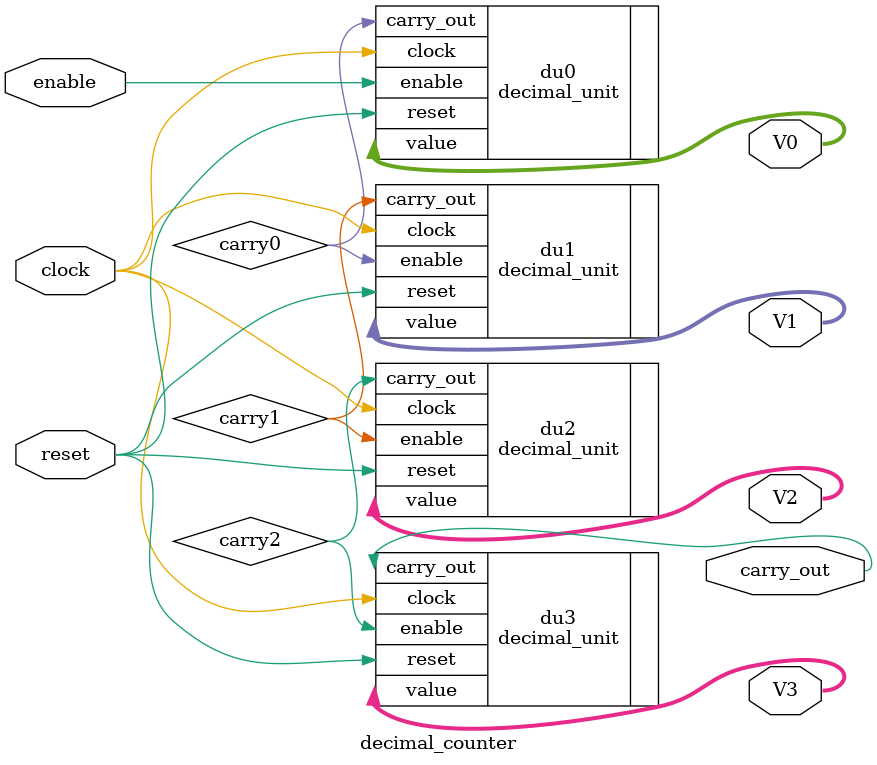
<source format=v>
module decimal_counter(
	output [3:0] V3,
	output [3:0] V2,
	output [3:0] V1,
	output [3:0] V0,
	output carry_out,
	input reset,
	input clock,
	input enable
);

	wire carry0, carry1, carry2;

	decimal_unit du0(
		.value(V0),
		.carry_out(carry0),
		.reset(reset),
		.clock(clock),
		.enable(enable)
	);
	
	decimal_unit du1(
		.value(V1),
		.carry_out(carry1),
		.reset(reset),
		.clock(clock),
		.enable(carry0)
	);
	
	decimal_unit du2(
		.value(V2),
		.carry_out(carry2),
		.reset(reset),
		.clock(clock),
		.enable(carry1)
	);
	
	decimal_unit du3(
		.value(V3),
		.carry_out(carry_out),
		.reset(reset),
		.clock(clock),
		.enable(carry2)
	);

endmodule

</source>
